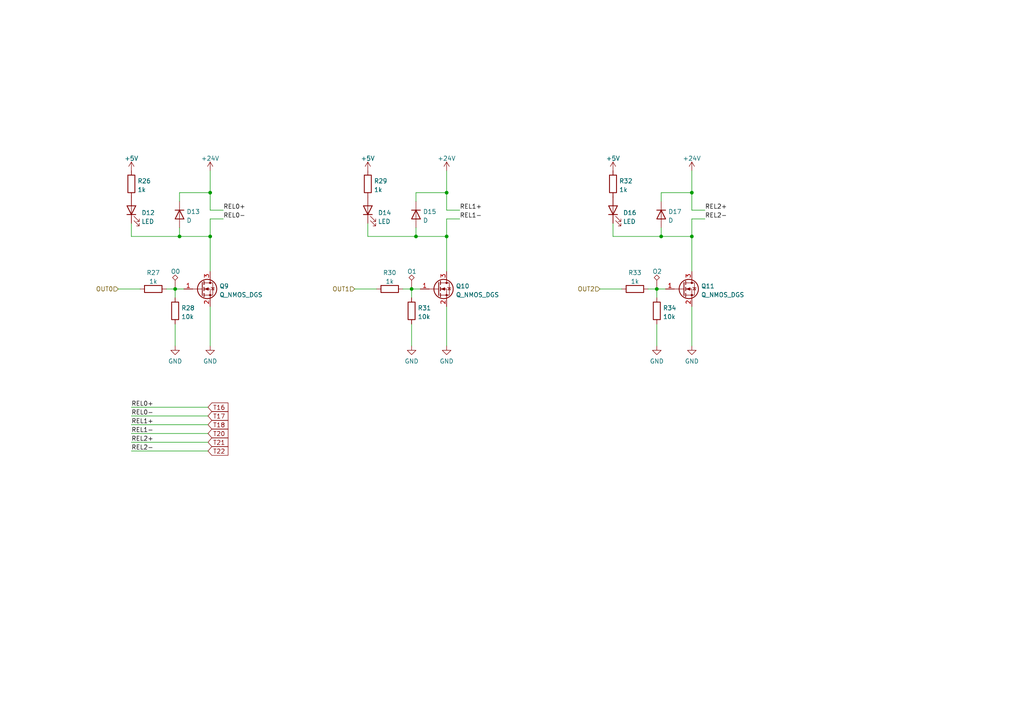
<source format=kicad_sch>
(kicad_sch (version 20211123) (generator eeschema)
  (paper "A4")
  (title_block (title "FloatPUMP Schematics") (date "2022-11-11") (rev "1.0") (company "robtor.de") (comment 1 "Controller board for up to 3 water pumps") (comment 2 "measuring capabilities with piezoresistive pressure sensors") (comment 3 "sensor input Range 4mA-20mA"))
  (lib_symbols
    (symbol "Connector:TestPoint_Alt" (pin_numbers hide) (pin_names (offset 0.762) hide)
      (property "Reference" "TP" (at 0 6.858 0))
      (property "Value" "TestPoint_Alt" (at 0 5.08 0))
      (symbol "TestPoint_Alt_0_1"
        (polyline (pts (xy 0 2.54) (xy -0.762 3.302) (xy 0 4.064) (xy 0.762 3.302) (xy 0 2.54)))
      )
      (symbol "TestPoint_Alt_1_1"
        (pin passive line (at 0 0 90) (length 2.54) (name "1") (number "1"))
      )
    )
    (symbol "Device:D" (pin_numbers hide) (pin_names (offset 1.016) hide)
      (property "Reference" "D" (at 0 2.54 0))
      (property "Value" "D" (at 0 -2.54 0))
      (symbol "D_0_1"
        (polyline (pts (xy -1.27 1.27) (xy -1.27 -1.27)) (stroke (width 0.254)))
        (polyline (pts (xy 1.27 0) (xy -1.27 0)))
        (polyline (pts (xy 1.27 1.27) (xy 1.27 -1.27) (xy -1.27 0) (xy 1.27 1.27)) (stroke (width 0.254)))
      )
      (symbol "D_1_1"
        (pin passive line (at -3.81 0 0) (length 2.54) (name "K") (number "1"))
        (pin passive line (at 3.81 0 180) (length 2.54) (name "A") (number "2"))
      )
    )
    (symbol "Device:LED" (pin_numbers hide) (pin_names (offset 1.016) hide)
      (property "Reference" "D" (at 0 2.54 0))
      (property "Value" "LED" (at 0 -2.54 0))
      (symbol "LED_0_1"
        (polyline (pts (xy -1.27 -1.27) (xy -1.27 1.27)) (stroke (width 0.254)))
        (polyline (pts (xy -1.27 0) (xy 1.27 0)))
        (polyline (pts (xy 1.27 -1.27) (xy 1.27 1.27) (xy -1.27 0) (xy 1.27 -1.27)) (stroke (width 0.254)))
        (polyline (pts (xy -3.048 -0.762) (xy -4.572 -2.286) (xy -3.81 -2.286) (xy -4.572 -2.286) (xy -4.572 -1.524)))
        (polyline (pts (xy -1.778 -0.762) (xy -3.302 -2.286) (xy -2.54 -2.286) (xy -3.302 -2.286) (xy -3.302 -1.524)))
      )
      (symbol "LED_1_1"
        (pin passive line (at -3.81 0 0) (length 2.54) (name "K") (number "1"))
        (pin passive line (at 3.81 0 180) (length 2.54) (name "A") (number "2"))
      )
    )
    (symbol "Device:Q_NMOS_GSD" (pin_names (offset 0) hide)
      (property "Reference" "Q" (at 5.08 1.27 0))
      (property "Value" "Q_NMOS_GSD" (at 5.08 -1.27 0))
      (symbol "Q_NMOS_GSD_0_1"
        (polyline (pts (xy 0.254 0) (xy -2.54 0)))
        (polyline (pts (xy 0.254 1.905) (xy 0.254 -1.905)) (stroke (width 0.254)))
        (polyline (pts (xy 0.762 -1.27) (xy 0.762 -2.286)) (stroke (width 0.254)))
        (polyline (pts (xy 0.762 0.508) (xy 0.762 -0.508)) (stroke (width 0.254)))
        (polyline (pts (xy 0.762 2.286) (xy 0.762 1.27)) (stroke (width 0.254)))
        (polyline (pts (xy 2.54 2.54) (xy 2.54 1.778)))
        (polyline (pts (xy 2.54 -2.54) (xy 2.54 0) (xy 0.762 0)))
        (polyline (pts (xy 0.762 -1.778) (xy 3.302 -1.778) (xy 3.302 1.778) (xy 0.762 1.778)))
        (polyline (pts (xy 1.016 0) (xy 2.032 0.381) (xy 2.032 -0.381) (xy 1.016 0)) (fill (type outline)))
        (polyline (pts (xy 2.794 0.508) (xy 2.921 0.381) (xy 3.683 0.381) (xy 3.81 0.254)))
        (polyline (pts (xy 3.302 0.381) (xy 2.921 -0.254) (xy 3.683 -0.254) (xy 3.302 0.381)))
        (circle (center 1.651 0) (radius 2.794) (stroke (width 0.254)))
        (circle (center 2.54 -1.778) (radius 0.254) (fill (type outline)))
        (circle (center 2.54 1.778) (radius 0.254) (fill (type outline)))
      )
      (symbol "Q_NMOS_GSD_1_1"
        (pin input line (at -5.08 0 0) (length 2.54) (name "G") (number "1"))
        (pin passive line (at 2.54 -5.08 90) (length 2.54) (name "S") (number "2"))
        (pin passive line (at 2.54 5.08 270) (length 2.54) (name "D") (number "3"))
      )
    )
    (symbol "Device:R" (pin_numbers hide) (pin_names (offset 0))
      (property "Reference" "R" (at 2.032 0 90))
      (property "Value" "R" (at 0 0 90))
      (symbol "R_0_1"
        (rectangle (start -1.016 -2.54) (end 1.016 2.54) (stroke (width 0.254)))
      )
      (symbol "R_1_1"
        (pin passive line (at 0 3.81 270) (length 1.27) (name "~") (number "1"))
        (pin passive line (at 0 -3.81 90) (length 1.27) (name "~") (number "2"))
      )
    )
    (symbol "power:+24V" (power) (pin_names (offset 0))
      (property "Value" "+24V" (at 0 3.556 0))
      (symbol "+24V_0_1"
        (polyline (pts (xy -0.762 1.27) (xy 0 2.54)))
        (polyline (pts (xy 0 0) (xy 0 2.54)))
        (polyline (pts (xy 0 2.54) (xy 0.762 1.27)))
      )
      (symbol "+24V_1_1"
        (pin power_in line (at 0 0 90) (length 0) hide (name "+24V") (number "1"))
      )
    )
    (symbol "power:+5V" (power) (pin_names (offset 0))
      (property "Value" "+5V" (at 0 3.556 0))
      (symbol "+5V_0_1"
        (polyline (pts (xy -0.762 1.27) (xy 0 2.54)))
        (polyline (pts (xy 0 0) (xy 0 2.54)))
        (polyline (pts (xy 0 2.54) (xy 0.762 1.27)))
      )
      (symbol "+5V_1_1"
        (pin power_in line (at 0 0 90) (length 0) hide (name "+5V") (number "1"))
      )
    )
    (symbol "power:GND" (power) (pin_names (offset 0))
      (property "Value" "GND" (at 0 -3.81 0))
      (symbol "GND_0_1"
        (polyline (pts (xy 0 0) (xy 0 -1.27) (xy 1.27 -1.27) (xy 0 -2.54) (xy -1.27 -1.27) (xy 0 -1.27)))
      )
      (symbol "GND_1_1"
        (pin power_in line (at 0 0 270) (length 0) hide (name "GND") (number "1"))
      )
    )
  )
  (junction (at 52.07 68.58))
  (junction (at 120.65 68.58))
  (junction (at 60.96 68.58))
  (junction (at 129.54 68.58))
  (junction (at 119.38 83.82))
  (junction (at 50.8 83.82))
  (junction (at 60.96 55.88))
  (junction (at 191.77 68.58))
  (junction (at 129.54 55.88))
  (junction (at 190.5 83.82))
  (junction (at 200.66 68.58))
  (junction (at 200.66 55.88))
  (wire (pts (xy 191.77 58.42) (xy 191.77 55.88)))
  (wire (pts (xy 60.96 68.58) (xy 60.96 78.74)))
  (wire (pts (xy 173.99 83.82) (xy 180.34 83.82)))
  (wire (pts (xy 190.5 83.82) (xy 193.04 83.82)))
  (wire (pts (xy 50.8 83.82) (xy 50.8 86.36)))
  (wire (pts (xy 200.66 88.9) (xy 200.66 100.33)))
  (wire (pts (xy 200.66 68.58) (xy 200.66 78.74)))
  (wire (pts (xy 129.54 49.53) (xy 129.54 55.88)))
  (wire (pts (xy 102.87 83.82) (xy 109.22 83.82)))
  (wire (pts (xy 60.96 55.88) (xy 60.96 60.96)))
  (wire (pts (xy 191.77 68.58) (xy 200.66 68.58)))
  (wire (pts (xy 52.07 68.58) (xy 38.1 68.58)))
  (wire (pts (xy 187.96 83.82) (xy 190.5 83.82)))
  (wire (pts (xy 190.5 83.82) (xy 190.5 86.36)))
  (wire (pts (xy 120.65 55.88) (xy 129.54 55.88)))
  (wire (pts (xy 38.1 128.27) (xy 60.325 128.27)))
  (wire (pts (xy 120.65 68.58) (xy 129.54 68.58)))
  (wire (pts (xy 200.66 55.88) (xy 200.66 60.96)))
  (wire (pts (xy 191.77 55.88) (xy 200.66 55.88)))
  (wire (pts (xy 177.8 64.77) (xy 177.8 68.58)))
  (wire (pts (xy 129.54 60.96) (xy 133.35 60.96)))
  (wire (pts (xy 50.8 83.82) (xy 53.34 83.82)))
  (wire (pts (xy 116.84 83.82) (xy 119.38 83.82)))
  (wire (pts (xy 50.8 93.98) (xy 50.8 100.33)))
  (wire (pts (xy 133.35 63.5) (xy 129.54 63.5)))
  (wire (pts (xy 38.1 125.73) (xy 60.325 125.73)))
  (wire (pts (xy 60.96 88.9) (xy 60.96 100.33)))
  (wire (pts (xy 106.68 64.77) (xy 106.68 68.58)))
  (wire (pts (xy 52.07 55.88) (xy 60.96 55.88)))
  (wire (pts (xy 38.1 123.19) (xy 60.325 123.19)))
  (wire (pts (xy 60.96 63.5) (xy 60.96 68.58)))
  (wire (pts (xy 34.29 83.82) (xy 40.64 83.82)))
  (wire (pts (xy 119.38 93.98) (xy 119.38 100.33)))
  (wire (pts (xy 52.07 66.04) (xy 52.07 68.58)))
  (wire (pts (xy 119.38 83.82) (xy 121.92 83.82)))
  (wire (pts (xy 120.65 66.04) (xy 120.65 68.58)))
  (wire (pts (xy 52.07 58.42) (xy 52.07 55.88)))
  (wire (pts (xy 191.77 68.58) (xy 177.8 68.58)))
  (wire (pts (xy 38.1 130.81) (xy 60.325 130.81)))
  (wire (pts (xy 129.54 88.9) (xy 129.54 100.33)))
  (wire (pts (xy 38.1 120.65) (xy 60.325 120.65)))
  (wire (pts (xy 52.07 68.58) (xy 60.96 68.58)))
  (wire (pts (xy 60.96 60.96) (xy 64.77 60.96)))
  (wire (pts (xy 64.77 63.5) (xy 60.96 63.5)))
  (wire (pts (xy 190.5 93.98) (xy 190.5 100.33)))
  (wire (pts (xy 120.65 58.42) (xy 120.65 55.88)))
  (wire (pts (xy 38.1 118.11) (xy 60.325 118.11)))
  (wire (pts (xy 119.38 83.82) (xy 119.38 86.36)))
  (wire (pts (xy 204.47 63.5) (xy 200.66 63.5)))
  (wire (pts (xy 129.54 68.58) (xy 129.54 78.74)))
  (wire (pts (xy 129.54 63.5) (xy 129.54 68.58)))
  (wire (pts (xy 200.66 49.53) (xy 200.66 55.88)))
  (wire (pts (xy 120.65 68.58) (xy 106.68 68.58)))
  (wire (pts (xy 129.54 55.88) (xy 129.54 60.96)))
  (wire (pts (xy 200.66 63.5) (xy 200.66 68.58)))
  (wire (pts (xy 38.1 64.77) (xy 38.1 68.58)))
  (wire (pts (xy 191.77 66.04) (xy 191.77 68.58)))
  (wire (pts (xy 48.26 83.82) (xy 50.8 83.82)))
  (wire (pts (xy 200.66 60.96) (xy 204.47 60.96)))
  (wire (pts (xy 60.96 49.53) (xy 60.96 55.88)))
  (label "REL1+" (at 38.1 123.19 0))
  (label "REL0+" (at 64.77 60.96 0))
  (label "REL2+" (at 204.47 60.96 0))
  (label "REL1-" (at 133.35 63.5 0))
  (label "REL2-" (at 204.47 63.5 0))
  (label "REL2-" (at 38.1 130.81 0))
  (label "REL1-" (at 38.1 125.73 0))
  (label "REL0-" (at 38.1 120.65 0))
  (label "REL0+" (at 38.1 118.11 0))
  (label "REL0-" (at 64.77 63.5 0))
  (label "REL1+" (at 133.35 60.96 0))
  (label "REL2+" (at 38.1 128.27 0))
  (global_label "T22" (shape input) (at 60.325 130.81 0) (property "Referenzen zwischen Schaltplänen" "${INTERSHEET_REFS}" (effects hide)))
  (global_label "T17" (shape input) (at 60.325 120.65 0) (property "Referenzen zwischen Schaltplänen" "${INTERSHEET_REFS}" (effects hide)))
  (global_label "T18" (shape input) (at 60.325 123.19 0) (property "Referenzen zwischen Schaltplänen" "${INTERSHEET_REFS}" (effects hide)))
  (global_label "T16" (shape input) (at 60.325 118.11 0) (property "Referenzen zwischen Schaltplänen" "${INTERSHEET_REFS}" (effects hide)))
  (global_label "T21" (shape input) (at 60.325 128.27 0) (property "Referenzen zwischen Schaltplänen" "${INTERSHEET_REFS}" (effects hide)))
  (global_label "T20" (shape input) (at 60.325 125.73 0) (property "Referenzen zwischen Schaltplänen" "${INTERSHEET_REFS}" (effects hide)))
  (hierarchical_label "OUT1" (shape input) (at 102.87 83.82 180))
  (hierarchical_label "OUT2" (shape input) (at 173.99 83.82 180))
  (hierarchical_label "OUT0" (shape input) (at 34.29 83.82 180))
  (symbol (lib_id "power:GND") (at 200.66 100.33 0) (unit 1)
    (property "Reference" "#PWR073" (effects hide))
    (property "Value" "GND" (at 200.66 104.7734 0))
  )
  (symbol (lib_id "power:GND") (at 119.38 100.33 0) (unit 1)
    (property "Reference" "#PWR067" (effects hide))
    (property "Value" "GND" (at 119.38 104.7734 0))
  )
  (symbol (lib_id "Connector:TestPoint_Alt") (at 119.38 83.82 0) (unit 1)
    (property "Reference" "TP17" (effects hide))
    (property "Value" "O1" (at 118.11 78.74 0) (effects (justify left)))
    (property "Footprint" "TestPoint:TestPoint_Pad_D1.0mm" (effects hide))
  )
  (symbol (lib_id "power:+5V") (at 177.8 49.53 0) (unit 1)
    (property "Reference" "#PWR070" (effects hide))
    (property "Value" "+5V" (at 177.8 45.9542 0))
  )
  (symbol (lib_id "power:+24V") (at 200.66 49.53 0) (unit 1)
    (property "Reference" "#PWR072" (effects hide))
    (property "Value" "+24V" (at 200.66 45.9542 0))
  )
  (symbol (lib_id "Device:R") (at 113.03 83.82 90) (unit 1)
    (property "Reference" "R30" (at 113.03 79.1042 90))
    (property "Value" "1k" (at 113.03 81.6411 90))
    (property "Footprint" "Resistor_SMD:R_0603_1608Metric" (effects hide))
    (property "JLCPCB" "C328340" (effects hide))
  )
  (symbol (lib_id "Device:D") (at 191.77 62.23 270) (unit 1)
    (property "Reference" "D17" (at 193.802 61.3953 90) (effects (justify left)))
    (property "Value" "D" (at 193.802 63.9322 90) (effects (justify left)))
    (property "Footprint" "Diode_SMD:D_SMA" (effects hide))
    (property "Datasheet" "https://datasheet.lcsc.com/lcsc/2109061630_YONGYUTAI-1N4001_C2892670.pdf" (effects hide))
    (property "JLCPCB" "C2892670" (effects hide))
  )
  (symbol (lib_id "Device:D") (at 52.07 62.23 270) (unit 1)
    (property "Reference" "D13" (at 54.102 61.3953 90) (effects (justify left)))
    (property "Value" "D" (at 54.102 63.9322 90) (effects (justify left)))
    (property "Footprint" "Diode_SMD:D_SMA" (effects hide))
    (property "Datasheet" "https://datasheet.lcsc.com/lcsc/2109061630_YONGYUTAI-1N4001_C2892670.pdf" (effects hide))
    (property "JLCPCB" "C2892670" (effects hide))
  )
  (symbol (lib_id "Connector:TestPoint_Alt") (at 190.5 83.82 0) (unit 1)
    (property "Reference" "TP18" (effects hide))
    (property "Value" "O2" (at 189.23 78.74 0) (effects (justify left)))
    (property "Footprint" "TestPoint:TestPoint_Pad_D1.0mm" (effects hide))
  )
  (symbol (lib_id "Device:R") (at 184.15 83.82 90) (unit 1)
    (property "Reference" "R33" (at 184.15 79.1042 90))
    (property "Value" "1k" (at 184.15 81.6411 90))
    (property "Footprint" "Resistor_SMD:R_0603_1608Metric" (effects hide))
    (property "JLCPCB" "C328340" (effects hide))
  )
  (symbol (lib_id "power:+24V") (at 129.54 49.53 0) (unit 1)
    (property "Reference" "#PWR068" (effects hide))
    (property "Value" "+24V" (at 129.54 45.9542 0))
  )
  (symbol (lib_id "power:+5V") (at 106.68 49.53 0) (unit 1)
    (property "Reference" "#PWR066" (effects hide))
    (property "Value" "+5V" (at 106.68 45.9542 0))
  )
  (symbol (lib_id "Device:D") (at 120.65 62.23 270) (unit 1)
    (property "Reference" "D15" (at 122.682 61.3953 90) (effects (justify left)))
    (property "Value" "D" (at 122.682 63.9322 90) (effects (justify left)))
    (property "Footprint" "Diode_SMD:D_SMA" (effects hide))
    (property "Datasheet" "https://datasheet.lcsc.com/lcsc/2109061630_YONGYUTAI-1N4001_C2892670.pdf" (effects hide))
    (property "JLCPCB" "C2892670" (effects hide))
  )
  (symbol (lib_id "Device:Q_NMOS_GSD") (at 198.12 83.82 0) (unit 1)
    (property "Reference" "Q11" (at 203.327 82.9853 0) (effects (justify left)))
    (property "Value" "Q_NMOS_DGS" (at 203.327 85.5222 0) (effects (justify left)))
    (property "Footprint" "Package_TO_SOT_SMD:SOT-23" (effects hide))
    (property "Datasheet" "https://datasheet.lcsc.com/lcsc/1810271831_TOSHIBA-T2N7002BK-LM_C146372.pdf" (effects hide))
    (property "JLCPCB" "C146372" (effects hide))
  )
  (symbol (lib_id "Connector:TestPoint_Alt") (at 50.8 83.82 0) (unit 1)
    (property "Reference" "TP16" (effects hide))
    (property "Value" "O0" (at 49.53 78.74 0) (effects (justify left)))
    (property "Footprint" "TestPoint:TestPoint_Pad_D1.0mm" (effects hide))
  )
  (symbol (lib_id "Device:LED") (at 106.68 60.96 90) (unit 1)
    (property "Reference" "D14" (at 109.601 61.7128 90) (effects (justify right)))
    (property "Value" "LED" (at 109.601 64.2497 90) (effects (justify right)))
    (property "Footprint" "LED_SMD:LED_0805_2012Metric" (effects hide))
  )
  (symbol (lib_id "power:GND") (at 60.96 100.33 0) (unit 1)
    (property "Reference" "#PWR065" (effects hide))
    (property "Value" "GND" (at 60.96 104.7734 0))
  )
  (symbol (lib_id "Device:LED") (at 177.8 60.96 90) (unit 1)
    (property "Reference" "D16" (at 180.721 61.7128 90) (effects (justify right)))
    (property "Value" "LED" (at 180.721 64.2497 90) (effects (justify right)))
    (property "Footprint" "LED_SMD:LED_0805_2012Metric" (effects hide))
  )
  (symbol (lib_id "Device:R") (at 106.68 53.34 180) (unit 1)
    (property "Reference" "R29" (at 108.458 52.5053 0) (effects (justify right)))
    (property "Value" "1k" (at 108.458 55.0422 0) (effects (justify right)))
    (property "Footprint" "Resistor_SMD:R_0603_1608Metric" (effects hide))
    (property "JLCPCB" "C328340" (effects hide))
  )
  (symbol (lib_id "power:GND") (at 129.54 100.33 0) (unit 1)
    (property "Reference" "#PWR069" (effects hide))
    (property "Value" "GND" (at 129.54 104.7734 0))
  )
  (symbol (lib_id "Device:LED") (at 38.1 60.96 90) (unit 1)
    (property "Reference" "D12" (at 41.021 61.7128 90) (effects (justify right)))
    (property "Value" "LED" (at 41.021 64.2497 90) (effects (justify right)))
    (property "Footprint" "LED_SMD:LED_0805_2012Metric" (effects hide))
  )
  (symbol (lib_id "Device:Q_NMOS_GSD") (at 58.42 83.82 0) (unit 1)
    (property "Reference" "Q9" (at 63.627 82.9853 0) (effects (justify left)))
    (property "Value" "Q_NMOS_DGS" (at 63.627 85.5222 0) (effects (justify left)))
    (property "Footprint" "Package_TO_SOT_SMD:SOT-23" (effects hide))
    (property "Datasheet" "https://datasheet.lcsc.com/lcsc/1810271831_TOSHIBA-T2N7002BK-LM_C146372.pdf" (effects hide))
    (property "JLCPCB" "C146372" (effects hide))
  )
  (symbol (lib_id "power:GND") (at 50.8 100.33 0) (unit 1)
    (property "Reference" "#PWR063" (effects hide))
    (property "Value" "GND" (at 50.8 104.7734 0))
  )
  (symbol (lib_id "Device:R") (at 38.1 53.34 180) (unit 1)
    (property "Reference" "R26" (at 39.878 52.5053 0) (effects (justify right)))
    (property "Value" "1k" (at 39.878 55.0422 0) (effects (justify right)))
    (property "Footprint" "Resistor_SMD:R_0603_1608Metric" (effects hide))
    (property "JLCPCB" "C328340" (effects hide))
  )
  (symbol (lib_id "Device:Q_NMOS_GSD") (at 127 83.82 0) (unit 1)
    (property "Reference" "Q10" (at 132.207 82.9853 0) (effects (justify left)))
    (property "Value" "Q_NMOS_DGS" (at 132.207 85.5222 0) (effects (justify left)))
    (property "Footprint" "Package_TO_SOT_SMD:SOT-23" (effects hide))
    (property "Datasheet" "https://datasheet.lcsc.com/lcsc/1810271831_TOSHIBA-T2N7002BK-LM_C146372.pdf" (effects hide))
    (property "JLCPCB" "C146372" (effects hide))
  )
  (symbol (lib_id "power:+5V") (at 38.1 49.53 0) (unit 1)
    (property "Reference" "#PWR062" (effects hide))
    (property "Value" "+5V" (at 38.1 45.9542 0))
  )
  (symbol (lib_id "Device:R") (at 50.8 90.17 0) (unit 1)
    (property "Reference" "R28" (at 52.578 89.3353 0) (effects (justify left)))
    (property "Value" "10k" (at 52.578 91.8722 0) (effects (justify left)))
    (property "Footprint" "Resistor_SMD:R_0603_1608Metric" (effects hide))
    (property "JLCPCB" "C238881" (effects hide))
  )
  (symbol (lib_id "Device:R") (at 119.38 90.17 0) (unit 1)
    (property "Reference" "R31" (at 121.158 89.3353 0) (effects (justify left)))
    (property "Value" "10k" (at 121.158 91.8722 0) (effects (justify left)))
    (property "Footprint" "Resistor_SMD:R_0603_1608Metric" (effects hide))
    (property "JLCPCB" "C238881" (effects hide))
  )
  (symbol (lib_id "Device:R") (at 190.5 90.17 0) (unit 1)
    (property "Reference" "R34" (at 192.278 89.3353 0) (effects (justify left)))
    (property "Value" "10k" (at 192.278 91.8722 0) (effects (justify left)))
    (property "Footprint" "Resistor_SMD:R_0603_1608Metric" (effects hide))
    (property "JLCPCB" "C238881" (effects hide))
  )
  (symbol (lib_id "power:+24V") (at 60.96 49.53 0) (unit 1)
    (property "Reference" "#PWR064" (effects hide))
    (property "Value" "+24V" (at 60.96 45.9542 0))
  )
  (symbol (lib_id "power:GND") (at 190.5 100.33 0) (unit 1)
    (property "Reference" "#PWR071" (effects hide))
    (property "Value" "GND" (at 190.5 104.7734 0))
  )
  (symbol (lib_id "Device:R") (at 44.45 83.82 90) (unit 1)
    (property "Reference" "R27" (at 44.45 79.1042 90))
    (property "Value" "1k" (at 44.45 81.6411 90))
    (property "Footprint" "Resistor_SMD:R_0603_1608Metric" (effects hide))
    (property "JLCPCB" "C328340" (effects hide))
  )
  (symbol (lib_id "Device:R") (at 177.8 53.34 180) (unit 1)
    (property "Reference" "R32" (at 179.578 52.5053 0) (effects (justify right)))
    (property "Value" "1k" (at 179.578 55.0422 0) (effects (justify right)))
    (property "Footprint" "Resistor_SMD:R_0603_1608Metric" (effects hide))
    (property "JLCPCB" "C328340" (effects hide))
  )
)
</source>
